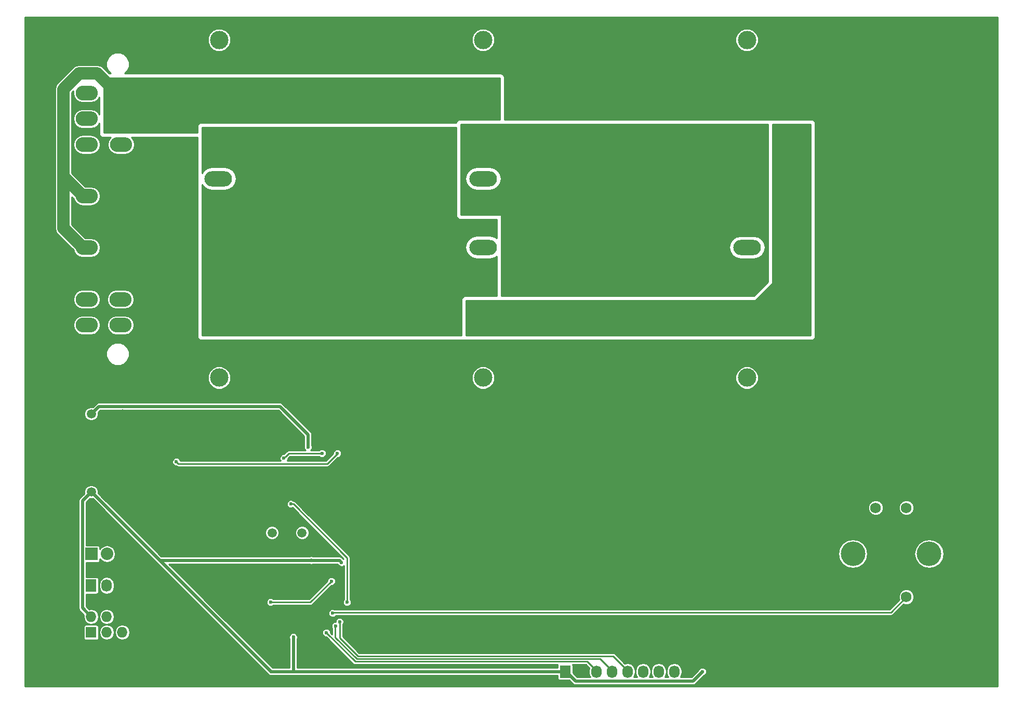
<source format=gbr>
G04 #@! TF.FileFunction,Copper,L2,Bot,Signal*
%FSLAX46Y46*%
G04 Gerber Fmt 4.6, Leading zero omitted, Abs format (unit mm)*
G04 Created by KiCad (PCBNEW 0.201507290901+6012~27~ubuntu14.04.1-product) date Fri 31 Jul 2015 15:24:14 CEST*
%MOMM*%
G01*
G04 APERTURE LIST*
%ADD10C,0.100000*%
%ADD11O,4.500880X2.499360*%
%ADD12C,3.000000*%
%ADD13O,3.600000X2.400000*%
%ADD14C,1.800000*%
%ADD15R,1.727200X1.727200*%
%ADD16O,1.727200X1.727200*%
%ADD17C,1.501140*%
%ADD18C,1.750000*%
%ADD19O,4.000000X4.000000*%
%ADD20R,1.727200X2.032000*%
%ADD21O,1.727200X2.032000*%
%ADD22R,2.032000X2.032000*%
%ADD23O,2.032000X2.032000*%
%ADD24C,0.600000*%
%ADD25C,0.500000*%
%ADD26C,2.000000*%
%ADD27C,0.250000*%
%ADD28C,0.254000*%
G04 APERTURE END LIST*
D10*
D11*
X102743000Y-62738000D03*
X102743000Y-68326000D03*
X102743000Y-57150000D03*
D12*
X102870000Y-45720000D03*
X145870000Y-45720000D03*
X188870000Y-45720000D03*
X188870000Y-100720000D03*
X145870000Y-100720000D03*
X102870000Y-100720000D03*
D13*
X81277565Y-92161299D03*
X81277565Y-87961299D03*
X81277565Y-83761299D03*
X81277565Y-79561299D03*
X81277565Y-75361299D03*
X81277565Y-71161299D03*
X81277565Y-66961299D03*
X81277565Y-62761299D03*
X81277565Y-58561299D03*
X81277565Y-54361299D03*
X86777565Y-92161299D03*
X86777565Y-87961299D03*
X86777565Y-83561299D03*
X86777565Y-79361299D03*
X86777565Y-75161299D03*
X86777565Y-71161299D03*
X86777565Y-66961299D03*
X86877565Y-62761299D03*
X86777565Y-58561299D03*
X86777565Y-54361299D03*
D14*
X195898609Y-85359779D03*
X226378609Y-85359779D03*
D15*
X81992543Y-142188745D03*
D16*
X81992543Y-139648745D03*
X84532543Y-142188745D03*
X84532543Y-139648745D03*
X87072543Y-142188745D03*
X87072543Y-139648745D03*
D14*
X195898609Y-62499779D03*
X226378609Y-62499779D03*
X195898609Y-73929779D03*
X226378609Y-73929779D03*
D17*
X87114474Y-119315231D03*
X82034474Y-119315231D03*
D18*
X214844000Y-121913000D03*
X209844000Y-121913000D03*
X212344000Y-121913000D03*
X209844000Y-136413000D03*
X214844000Y-136413000D03*
D19*
X206144000Y-129413000D03*
X218544000Y-129413000D03*
D20*
X159258000Y-148590000D03*
D21*
X161798000Y-148590000D03*
X164338000Y-148590000D03*
X166878000Y-148590000D03*
X169418000Y-148590000D03*
X171958000Y-148590000D03*
X174498000Y-148590000D03*
X177038000Y-148590000D03*
D17*
X87114474Y-106615231D03*
X82034474Y-106615231D03*
D11*
X145881471Y-62738000D03*
X145881471Y-68326000D03*
X145881471Y-57150000D03*
X145881471Y-85073160D03*
X145881471Y-79485160D03*
X145881471Y-90661160D03*
X188913609Y-85105779D03*
X188913609Y-79517779D03*
X188913609Y-90693779D03*
D20*
X81992543Y-134568745D03*
D21*
X84532543Y-134568745D03*
X87072543Y-134568745D03*
D22*
X82042000Y-129413000D03*
D23*
X84582000Y-129413000D03*
D17*
X111478060Y-125984000D03*
X116359940Y-125984000D03*
D24*
X117898686Y-135158017D03*
X117348000Y-112014000D03*
X123698004Y-137287000D03*
X114529575Y-121292430D03*
X122803203Y-130795380D03*
X114945401Y-142959007D03*
X181609984Y-148590000D03*
X117891488Y-130451819D03*
X113411000Y-113828230D03*
X119634000Y-113030000D03*
X121350253Y-139060221D03*
X120338154Y-142256001D03*
X121836377Y-141157583D03*
X121158000Y-133858000D03*
X111252000Y-137287000D03*
X122495221Y-140475606D03*
X122127747Y-113034366D03*
X95885000Y-114427000D03*
D25*
X82034474Y-106615231D02*
X83235045Y-105414660D01*
X112780660Y-105414660D02*
X117348000Y-109982000D01*
X83235045Y-105414660D02*
X112780660Y-105414660D01*
X117348000Y-111589736D02*
X117348000Y-112014000D01*
X117348000Y-110014998D02*
X117348000Y-111589736D01*
D26*
X81277565Y-79561299D02*
X80677565Y-79561299D01*
X77477565Y-76361299D02*
X77477565Y-62663756D01*
X77477565Y-62663756D02*
X77477565Y-53742909D01*
X81277565Y-71161299D02*
X80677565Y-71161299D01*
X80677565Y-71161299D02*
X77477565Y-67961299D01*
X77477565Y-67961299D02*
X77477565Y-62663756D01*
X80677565Y-79561299D02*
X77477565Y-76361299D01*
X82977565Y-51161299D02*
X86177565Y-54361299D01*
X86177565Y-54361299D02*
X86777565Y-54361299D01*
X80059175Y-51161299D02*
X82977565Y-51161299D01*
X77477565Y-53742909D02*
X80059175Y-51161299D01*
D27*
X123698004Y-137287000D02*
X123698004Y-130429004D01*
X123698004Y-130429004D02*
X123698000Y-130429000D01*
X123698000Y-130429000D02*
X123698000Y-130036591D01*
X123698000Y-130036591D02*
X114953839Y-121292430D01*
X114953839Y-121292430D02*
X114529575Y-121292430D01*
D25*
X114918698Y-148590000D02*
X125730000Y-148590000D01*
X111298530Y-148590000D02*
X114918698Y-148590000D01*
X117856000Y-130429000D02*
X117833181Y-130451819D01*
X93171062Y-130451819D02*
X93128428Y-130409185D01*
X117833181Y-130451819D02*
X93171062Y-130451819D01*
X122459642Y-130451819D02*
X122503204Y-130495381D01*
X122503204Y-130495381D02*
X122803203Y-130795380D01*
X117891488Y-130451819D02*
X122459642Y-130451819D01*
X114945401Y-143383271D02*
X114945401Y-142959007D01*
X114945713Y-148590000D02*
X114945401Y-148589688D01*
X114945401Y-148589688D02*
X114945401Y-143383271D01*
X82034474Y-119315231D02*
X93128428Y-130409185D01*
X93128428Y-130409185D02*
X111309243Y-148590000D01*
X125740713Y-148590000D02*
X159258000Y-148590000D01*
X159258000Y-148590000D02*
X159258000Y-148437600D01*
X159258000Y-148437600D02*
X160934400Y-150114000D01*
X160934400Y-150114000D02*
X180086000Y-150114000D01*
X180086000Y-150114000D02*
X181610000Y-148590000D01*
X181610000Y-148590000D02*
X181609984Y-148590000D01*
X82034474Y-119315231D02*
X83235045Y-120515802D01*
X82034474Y-119315231D02*
X95815243Y-133096000D01*
X81992543Y-139648745D02*
X80575999Y-138232201D01*
X80575999Y-138232201D02*
X80575999Y-120773706D01*
X80575999Y-120773706D02*
X81283905Y-120065800D01*
X81283905Y-120065800D02*
X82034474Y-119315231D01*
D27*
X114209230Y-113030000D02*
X113710999Y-113528231D01*
X113710999Y-113528231D02*
X113411000Y-113828230D01*
X119634000Y-113030000D02*
X114209230Y-113030000D01*
X132326476Y-138929463D02*
X132317939Y-138938000D01*
X132317939Y-138938000D02*
X121472474Y-138938000D01*
X121472474Y-138938000D02*
X121350253Y-139060221D01*
X132326476Y-138929463D02*
X132180786Y-138929463D01*
X212327537Y-138929463D02*
X132326476Y-138929463D01*
X214844000Y-136413000D02*
X212327537Y-138929463D01*
X121385786Y-138929463D02*
X121303661Y-139011588D01*
X121303661Y-139013629D02*
X121350253Y-139060221D01*
X121303661Y-139011588D02*
X121303661Y-139013629D01*
X164338000Y-148590000D02*
X164338000Y-148437600D01*
X164338000Y-148437600D02*
X162846457Y-146946057D01*
X162846457Y-146946057D02*
X125028210Y-146946057D01*
X125028210Y-146946057D02*
X120338154Y-142256001D01*
X166878000Y-148590000D02*
X166878000Y-148437600D01*
X166878000Y-148437600D02*
X164936448Y-146496048D01*
X121793000Y-143003410D02*
X121793000Y-141097000D01*
X164936448Y-146496048D02*
X125285638Y-146496048D01*
X125285638Y-146496048D02*
X121793000Y-143003410D01*
X111252000Y-137287000D02*
X117729000Y-137287000D01*
X117729000Y-137287000D02*
X121158000Y-133858000D01*
X169418000Y-148590000D02*
X169418000Y-148437600D01*
X169418000Y-148437600D02*
X167026439Y-146046039D01*
X167026439Y-146046039D02*
X125472039Y-146046039D01*
X125472039Y-146046039D02*
X122505658Y-143079658D01*
X122505658Y-143079658D02*
X122505658Y-140516591D01*
X95885000Y-114427000D02*
X96184999Y-114726999D01*
X96184999Y-114726999D02*
X120477001Y-114726999D01*
X120477001Y-114726999D02*
X122174000Y-113030000D01*
D28*
G36*
X148590000Y-58674000D02*
X142113000Y-58674000D01*
X141882205Y-58717427D01*
X141670233Y-58853827D01*
X141528029Y-59061949D01*
X141503718Y-59182000D01*
X99949000Y-59182000D01*
X99718205Y-59225427D01*
X99506233Y-59361827D01*
X99364029Y-59569949D01*
X99314000Y-59817000D01*
X99314000Y-60833000D01*
X84074000Y-60833000D01*
X84074000Y-51943000D01*
X148590000Y-51943000D01*
X148590000Y-58674000D01*
X148590000Y-58674000D01*
G37*
X148590000Y-58674000D02*
X142113000Y-58674000D01*
X141882205Y-58717427D01*
X141670233Y-58853827D01*
X141528029Y-59061949D01*
X141503718Y-59182000D01*
X99949000Y-59182000D01*
X99718205Y-59225427D01*
X99506233Y-59361827D01*
X99364029Y-59569949D01*
X99314000Y-59817000D01*
X99314000Y-60833000D01*
X84074000Y-60833000D01*
X84074000Y-51943000D01*
X148590000Y-51943000D01*
X148590000Y-58674000D01*
G36*
X141478000Y-74295000D02*
X141521427Y-74525795D01*
X141657827Y-74737767D01*
X141865949Y-74879971D01*
X142113000Y-74930000D01*
X148082000Y-74930000D01*
X148082000Y-78025917D01*
X147659996Y-77743943D01*
X146938760Y-77600480D01*
X144824182Y-77600480D01*
X144102946Y-77743943D01*
X143491512Y-78152490D01*
X143082965Y-78763924D01*
X142939502Y-79485160D01*
X143082965Y-80206396D01*
X143491512Y-80817830D01*
X144102946Y-81226377D01*
X144824182Y-81369840D01*
X146938760Y-81369840D01*
X147659996Y-81226377D01*
X148082000Y-80944403D01*
X148082000Y-87376000D01*
X143002000Y-87376000D01*
X142771205Y-87419427D01*
X142559233Y-87555827D01*
X142417029Y-87763949D01*
X142367000Y-88011000D01*
X142367000Y-93853000D01*
X100076000Y-93853000D01*
X100076000Y-69244049D01*
X100353041Y-69658670D01*
X100964475Y-70067217D01*
X101685711Y-70210680D01*
X103800289Y-70210680D01*
X104521525Y-70067217D01*
X105132959Y-69658670D01*
X105541506Y-69047236D01*
X105684969Y-68326000D01*
X105541506Y-67604764D01*
X105132959Y-66993330D01*
X104521525Y-66584783D01*
X103800289Y-66441320D01*
X101685711Y-66441320D01*
X100964475Y-66584783D01*
X100353041Y-66993330D01*
X100076000Y-67407951D01*
X100076000Y-59944000D01*
X141478000Y-59944000D01*
X141478000Y-74295000D01*
X141478000Y-74295000D01*
G37*
X141478000Y-74295000D02*
X141521427Y-74525795D01*
X141657827Y-74737767D01*
X141865949Y-74879971D01*
X142113000Y-74930000D01*
X148082000Y-74930000D01*
X148082000Y-78025917D01*
X147659996Y-77743943D01*
X146938760Y-77600480D01*
X144824182Y-77600480D01*
X144102946Y-77743943D01*
X143491512Y-78152490D01*
X143082965Y-78763924D01*
X142939502Y-79485160D01*
X143082965Y-80206396D01*
X143491512Y-80817830D01*
X144102946Y-81226377D01*
X144824182Y-81369840D01*
X146938760Y-81369840D01*
X147659996Y-81226377D01*
X148082000Y-80944403D01*
X148082000Y-87376000D01*
X143002000Y-87376000D01*
X142771205Y-87419427D01*
X142559233Y-87555827D01*
X142417029Y-87763949D01*
X142367000Y-88011000D01*
X142367000Y-93853000D01*
X100076000Y-93853000D01*
X100076000Y-69244049D01*
X100353041Y-69658670D01*
X100964475Y-70067217D01*
X101685711Y-70210680D01*
X103800289Y-70210680D01*
X104521525Y-70067217D01*
X105132959Y-69658670D01*
X105541506Y-69047236D01*
X105684969Y-68326000D01*
X105541506Y-67604764D01*
X105132959Y-66993330D01*
X104521525Y-66584783D01*
X103800289Y-66441320D01*
X101685711Y-66441320D01*
X100964475Y-66584783D01*
X100353041Y-66993330D01*
X100076000Y-67407951D01*
X100076000Y-59944000D01*
X141478000Y-59944000D01*
X141478000Y-74295000D01*
G36*
X192278000Y-85080974D02*
X189982974Y-87376000D01*
X148844000Y-87376000D01*
X148844000Y-79517779D01*
X185971640Y-79517779D01*
X186115103Y-80239015D01*
X186523650Y-80850449D01*
X187135084Y-81258996D01*
X187856320Y-81402459D01*
X189970898Y-81402459D01*
X190692134Y-81258996D01*
X191303568Y-80850449D01*
X191712115Y-80239015D01*
X191855578Y-79517779D01*
X191712115Y-78796543D01*
X191303568Y-78185109D01*
X190692134Y-77776562D01*
X189970898Y-77633099D01*
X187856320Y-77633099D01*
X187135084Y-77776562D01*
X186523650Y-78185109D01*
X186115103Y-78796543D01*
X185971640Y-79517779D01*
X148844000Y-79517779D01*
X148844000Y-74295000D01*
X148833994Y-74245590D01*
X148805553Y-74203965D01*
X148763159Y-74176685D01*
X148717000Y-74168000D01*
X142240000Y-74168000D01*
X142240000Y-68326000D01*
X142939502Y-68326000D01*
X143082965Y-69047236D01*
X143491512Y-69658670D01*
X144102946Y-70067217D01*
X144824182Y-70210680D01*
X146938760Y-70210680D01*
X147659996Y-70067217D01*
X148271430Y-69658670D01*
X148679977Y-69047236D01*
X148823440Y-68326000D01*
X148679977Y-67604764D01*
X148271430Y-66993330D01*
X147659996Y-66584783D01*
X146938760Y-66441320D01*
X144824182Y-66441320D01*
X144102946Y-66584783D01*
X143491512Y-66993330D01*
X143082965Y-67604764D01*
X142939502Y-68326000D01*
X142240000Y-68326000D01*
X142240000Y-59436000D01*
X192278000Y-59436000D01*
X192278000Y-85080974D01*
X192278000Y-85080974D01*
G37*
X192278000Y-85080974D02*
X189982974Y-87376000D01*
X148844000Y-87376000D01*
X148844000Y-79517779D01*
X185971640Y-79517779D01*
X186115103Y-80239015D01*
X186523650Y-80850449D01*
X187135084Y-81258996D01*
X187856320Y-81402459D01*
X189970898Y-81402459D01*
X190692134Y-81258996D01*
X191303568Y-80850449D01*
X191712115Y-80239015D01*
X191855578Y-79517779D01*
X191712115Y-78796543D01*
X191303568Y-78185109D01*
X190692134Y-77776562D01*
X189970898Y-77633099D01*
X187856320Y-77633099D01*
X187135084Y-77776562D01*
X186523650Y-78185109D01*
X186115103Y-78796543D01*
X185971640Y-79517779D01*
X148844000Y-79517779D01*
X148844000Y-74295000D01*
X148833994Y-74245590D01*
X148805553Y-74203965D01*
X148763159Y-74176685D01*
X148717000Y-74168000D01*
X142240000Y-74168000D01*
X142240000Y-68326000D01*
X142939502Y-68326000D01*
X143082965Y-69047236D01*
X143491512Y-69658670D01*
X144102946Y-70067217D01*
X144824182Y-70210680D01*
X146938760Y-70210680D01*
X147659996Y-70067217D01*
X148271430Y-69658670D01*
X148679977Y-69047236D01*
X148823440Y-68326000D01*
X148679977Y-67604764D01*
X148271430Y-66993330D01*
X147659996Y-66584783D01*
X146938760Y-66441320D01*
X144824182Y-66441320D01*
X144102946Y-66584783D01*
X143491512Y-66993330D01*
X143082965Y-67604764D01*
X142939502Y-68326000D01*
X142240000Y-68326000D01*
X142240000Y-59436000D01*
X192278000Y-59436000D01*
X192278000Y-85080974D01*
G36*
X199263000Y-93853000D02*
X143129000Y-93853000D01*
X143129000Y-88138000D01*
X190246000Y-88138000D01*
X190295410Y-88127994D01*
X190335803Y-88100803D01*
X193002803Y-85433803D01*
X193030666Y-85391789D01*
X193040000Y-85344000D01*
X193040000Y-59436000D01*
X199263000Y-59436000D01*
X199263000Y-93853000D01*
X199263000Y-93853000D01*
G37*
X199263000Y-93853000D02*
X143129000Y-93853000D01*
X143129000Y-88138000D01*
X190246000Y-88138000D01*
X190295410Y-88127994D01*
X190335803Y-88100803D01*
X193002803Y-85433803D01*
X193030666Y-85391789D01*
X193040000Y-85344000D01*
X193040000Y-59436000D01*
X199263000Y-59436000D01*
X199263000Y-93853000D01*
G36*
X229743000Y-151003000D02*
X71247000Y-151003000D01*
X71247000Y-141325145D01*
X80740479Y-141325145D01*
X80740479Y-143052345D01*
X80767046Y-143193535D01*
X80850489Y-143323210D01*
X80977809Y-143410204D01*
X81128943Y-143440809D01*
X82856143Y-143440809D01*
X82997333Y-143414242D01*
X83127008Y-143330799D01*
X83214002Y-143203479D01*
X83244607Y-143052345D01*
X83244607Y-142164362D01*
X83287943Y-142164362D01*
X83287943Y-142213128D01*
X83382683Y-142689416D01*
X83652478Y-143093193D01*
X84056255Y-143362988D01*
X84532543Y-143457728D01*
X85008831Y-143362988D01*
X85412608Y-143093193D01*
X85682403Y-142689416D01*
X85777143Y-142213128D01*
X85777143Y-142164362D01*
X85827943Y-142164362D01*
X85827943Y-142213128D01*
X85922683Y-142689416D01*
X86192478Y-143093193D01*
X86596255Y-143362988D01*
X87072543Y-143457728D01*
X87548831Y-143362988D01*
X87952608Y-143093193D01*
X88222403Y-142689416D01*
X88317143Y-142213128D01*
X88317143Y-142164362D01*
X88222403Y-141688074D01*
X87952608Y-141284297D01*
X87548831Y-141014502D01*
X87072543Y-140919762D01*
X86596255Y-141014502D01*
X86192478Y-141284297D01*
X85922683Y-141688074D01*
X85827943Y-142164362D01*
X85777143Y-142164362D01*
X85682403Y-141688074D01*
X85412608Y-141284297D01*
X85008831Y-141014502D01*
X84532543Y-140919762D01*
X84056255Y-141014502D01*
X83652478Y-141284297D01*
X83382683Y-141688074D01*
X83287943Y-142164362D01*
X83244607Y-142164362D01*
X83244607Y-141325145D01*
X83218040Y-141183955D01*
X83134597Y-141054280D01*
X83007277Y-140967286D01*
X82856143Y-140936681D01*
X81128943Y-140936681D01*
X80987753Y-140963248D01*
X80858078Y-141046691D01*
X80771084Y-141174011D01*
X80740479Y-141325145D01*
X71247000Y-141325145D01*
X71247000Y-120773706D01*
X79944999Y-120773706D01*
X79944999Y-138232201D01*
X79984742Y-138432000D01*
X79993031Y-138473674D01*
X80129815Y-138678385D01*
X80802337Y-139350907D01*
X80747943Y-139624362D01*
X80747943Y-139673128D01*
X80842683Y-140149416D01*
X81112478Y-140553193D01*
X81516255Y-140822988D01*
X81992543Y-140917728D01*
X82468831Y-140822988D01*
X82872608Y-140553193D01*
X83142403Y-140149416D01*
X83237143Y-139673128D01*
X83237143Y-139624362D01*
X83287943Y-139624362D01*
X83287943Y-139673128D01*
X83382683Y-140149416D01*
X83652478Y-140553193D01*
X84056255Y-140822988D01*
X84532543Y-140917728D01*
X85008831Y-140822988D01*
X85412608Y-140553193D01*
X85682403Y-140149416D01*
X85777143Y-139673128D01*
X85777143Y-139624362D01*
X85682403Y-139148074D01*
X85412608Y-138744297D01*
X85008831Y-138474502D01*
X84532543Y-138379762D01*
X84056255Y-138474502D01*
X83652478Y-138744297D01*
X83382683Y-139148074D01*
X83287943Y-139624362D01*
X83237143Y-139624362D01*
X83142403Y-139148074D01*
X82872608Y-138744297D01*
X82468831Y-138474502D01*
X81992543Y-138379762D01*
X81678413Y-138442247D01*
X81206999Y-137970833D01*
X81206999Y-135973209D01*
X82856143Y-135973209D01*
X82997333Y-135946642D01*
X83127008Y-135863199D01*
X83214002Y-135735879D01*
X83244607Y-135584745D01*
X83244607Y-134388976D01*
X83287943Y-134388976D01*
X83287943Y-134748514D01*
X83382683Y-135224802D01*
X83652478Y-135628579D01*
X84056255Y-135898374D01*
X84532543Y-135993114D01*
X85008831Y-135898374D01*
X85412608Y-135628579D01*
X85682403Y-135224802D01*
X85777143Y-134748514D01*
X85777143Y-134388976D01*
X85682403Y-133912688D01*
X85412608Y-133508911D01*
X85008831Y-133239116D01*
X84532543Y-133144376D01*
X84056255Y-133239116D01*
X83652478Y-133508911D01*
X83382683Y-133912688D01*
X83287943Y-134388976D01*
X83244607Y-134388976D01*
X83244607Y-133552745D01*
X83218040Y-133411555D01*
X83134597Y-133281880D01*
X83007277Y-133194886D01*
X82856143Y-133164281D01*
X81206999Y-133164281D01*
X81206999Y-130817464D01*
X83058000Y-130817464D01*
X83199190Y-130790897D01*
X83328865Y-130707454D01*
X83415859Y-130580134D01*
X83446464Y-130429000D01*
X83446464Y-130207137D01*
X83594172Y-130428197D01*
X84047391Y-130731029D01*
X84582000Y-130837369D01*
X85116609Y-130731029D01*
X85569828Y-130428197D01*
X85872660Y-129974978D01*
X85979000Y-129440369D01*
X85979000Y-129385631D01*
X85872660Y-128851022D01*
X85569828Y-128397803D01*
X85116609Y-128094971D01*
X84582000Y-127988631D01*
X84047391Y-128094971D01*
X83594172Y-128397803D01*
X83446464Y-128618863D01*
X83446464Y-128397000D01*
X83419897Y-128255810D01*
X83336454Y-128126135D01*
X83209134Y-128039141D01*
X83058000Y-128008536D01*
X81206999Y-128008536D01*
X81206999Y-121035074D01*
X81730089Y-120511985D01*
X81730091Y-120511982D01*
X81799264Y-120442809D01*
X81808403Y-120446604D01*
X82258570Y-120446997D01*
X82269398Y-120442523D01*
X82788861Y-120961987D01*
X82788864Y-120961989D01*
X95369058Y-133542184D01*
X95369061Y-133542186D01*
X110830773Y-149003898D01*
X110852346Y-149036184D01*
X111057057Y-149172968D01*
X111298530Y-149221000D01*
X125730000Y-149221000D01*
X125735357Y-149219935D01*
X125740713Y-149221000D01*
X158005936Y-149221000D01*
X158005936Y-149606000D01*
X158032503Y-149747190D01*
X158115946Y-149876865D01*
X158243266Y-149963859D01*
X158394400Y-149994464D01*
X159922495Y-149994464D01*
X160488216Y-150560185D01*
X160692927Y-150696968D01*
X160934400Y-150745000D01*
X180086000Y-150745000D01*
X180327473Y-150696968D01*
X180532184Y-150560184D01*
X181875047Y-149217322D01*
X181995236Y-149167661D01*
X182186971Y-148976259D01*
X182290866Y-148726054D01*
X182291102Y-148455135D01*
X182187645Y-148204748D01*
X181996243Y-148013013D01*
X181746038Y-147909118D01*
X181475119Y-147908882D01*
X181224732Y-148012339D01*
X181032997Y-148203741D01*
X180982656Y-148324975D01*
X179824632Y-149483000D01*
X178029540Y-149483000D01*
X178187860Y-149246057D01*
X178282600Y-148769769D01*
X178282600Y-148410231D01*
X178187860Y-147933943D01*
X177918065Y-147530166D01*
X177514288Y-147260371D01*
X177038000Y-147165631D01*
X176561712Y-147260371D01*
X176157935Y-147530166D01*
X175888140Y-147933943D01*
X175793400Y-148410231D01*
X175793400Y-148769769D01*
X175888140Y-149246057D01*
X176046460Y-149483000D01*
X175489540Y-149483000D01*
X175647860Y-149246057D01*
X175742600Y-148769769D01*
X175742600Y-148410231D01*
X175647860Y-147933943D01*
X175378065Y-147530166D01*
X174974288Y-147260371D01*
X174498000Y-147165631D01*
X174021712Y-147260371D01*
X173617935Y-147530166D01*
X173348140Y-147933943D01*
X173253400Y-148410231D01*
X173253400Y-148769769D01*
X173348140Y-149246057D01*
X173506460Y-149483000D01*
X172949540Y-149483000D01*
X173107860Y-149246057D01*
X173202600Y-148769769D01*
X173202600Y-148410231D01*
X173107860Y-147933943D01*
X172838065Y-147530166D01*
X172434288Y-147260371D01*
X171958000Y-147165631D01*
X171481712Y-147260371D01*
X171077935Y-147530166D01*
X170808140Y-147933943D01*
X170713400Y-148410231D01*
X170713400Y-148769769D01*
X170808140Y-149246057D01*
X170966460Y-149483000D01*
X170409540Y-149483000D01*
X170567860Y-149246057D01*
X170662600Y-148769769D01*
X170662600Y-148410231D01*
X170567860Y-147933943D01*
X170298065Y-147530166D01*
X169894288Y-147260371D01*
X169418000Y-147165631D01*
X168953932Y-147257940D01*
X167384235Y-145688243D01*
X167220077Y-145578556D01*
X167026439Y-145540039D01*
X125681631Y-145540039D01*
X123011658Y-142870066D01*
X123011658Y-140922310D01*
X123072208Y-140861865D01*
X123176103Y-140611660D01*
X123176339Y-140340741D01*
X123072882Y-140090354D01*
X122881480Y-139898619D01*
X122631275Y-139794724D01*
X122360356Y-139794488D01*
X122109969Y-139897945D01*
X121918234Y-140089347D01*
X121814339Y-140339552D01*
X121814220Y-140476563D01*
X121701512Y-140476465D01*
X121451125Y-140579922D01*
X121259390Y-140771324D01*
X121155495Y-141021529D01*
X121155259Y-141292448D01*
X121258716Y-141542835D01*
X121287000Y-141571168D01*
X121287000Y-142489255D01*
X121019185Y-142221440D01*
X121019272Y-142121136D01*
X120915815Y-141870749D01*
X120724413Y-141679014D01*
X120474208Y-141575119D01*
X120203289Y-141574883D01*
X119952902Y-141678340D01*
X119761167Y-141869742D01*
X119657272Y-142119947D01*
X119657036Y-142390866D01*
X119760493Y-142641253D01*
X119951895Y-142832988D01*
X120202100Y-142936883D01*
X120303532Y-142936971D01*
X124670414Y-147303853D01*
X124834572Y-147413540D01*
X125028210Y-147452057D01*
X158030630Y-147452057D01*
X158005936Y-147574000D01*
X158005936Y-147959000D01*
X125740713Y-147959000D01*
X125735357Y-147960065D01*
X125730000Y-147959000D01*
X115576401Y-147959000D01*
X115576401Y-143215189D01*
X115626283Y-143095061D01*
X115626519Y-142824142D01*
X115523062Y-142573755D01*
X115331660Y-142382020D01*
X115081455Y-142278125D01*
X114810536Y-142277889D01*
X114560149Y-142381346D01*
X114368414Y-142572748D01*
X114264519Y-142822953D01*
X114264283Y-143093872D01*
X114314401Y-143215168D01*
X114314401Y-147959000D01*
X111570611Y-147959000D01*
X102806697Y-139195086D01*
X120669135Y-139195086D01*
X120772592Y-139445473D01*
X120963994Y-139637208D01*
X121214199Y-139741103D01*
X121485118Y-139741339D01*
X121735505Y-139637882D01*
X121927240Y-139446480D01*
X121928270Y-139444000D01*
X132317939Y-139444000D01*
X132360857Y-139435463D01*
X212327537Y-139435463D01*
X212521175Y-139396946D01*
X212685333Y-139287259D01*
X214388681Y-137583911D01*
X214593070Y-137668781D01*
X215092738Y-137669217D01*
X215554537Y-137478405D01*
X215908164Y-137125396D01*
X216099781Y-136663930D01*
X216100217Y-136164262D01*
X215909405Y-135702463D01*
X215556396Y-135348836D01*
X215094930Y-135157219D01*
X214595262Y-135156783D01*
X214133463Y-135347595D01*
X213779836Y-135700604D01*
X213588219Y-136162070D01*
X213587783Y-136661738D01*
X213673126Y-136868282D01*
X212117945Y-138423463D01*
X132180786Y-138423463D01*
X132137868Y-138432000D01*
X121613128Y-138432000D01*
X121486307Y-138379339D01*
X121215388Y-138379103D01*
X120965001Y-138482560D01*
X120773266Y-138673962D01*
X120669371Y-138924167D01*
X120669135Y-139195086D01*
X102806697Y-139195086D01*
X101033476Y-137421865D01*
X110570882Y-137421865D01*
X110674339Y-137672252D01*
X110865741Y-137863987D01*
X111115946Y-137967882D01*
X111386865Y-137968118D01*
X111637252Y-137864661D01*
X111709038Y-137793000D01*
X117729000Y-137793000D01*
X117922638Y-137754483D01*
X118086796Y-137644796D01*
X121192561Y-134539031D01*
X121292865Y-134539118D01*
X121543252Y-134435661D01*
X121734987Y-134244259D01*
X121838882Y-133994054D01*
X121839118Y-133723135D01*
X121735661Y-133472748D01*
X121544259Y-133281013D01*
X121294054Y-133177118D01*
X121023135Y-133176882D01*
X120772748Y-133280339D01*
X120581013Y-133471741D01*
X120477118Y-133721946D01*
X120477030Y-133823378D01*
X117519408Y-136781000D01*
X111709123Y-136781000D01*
X111638259Y-136710013D01*
X111388054Y-136606118D01*
X111117135Y-136605882D01*
X110866748Y-136709339D01*
X110675013Y-136900741D01*
X110571118Y-137150946D01*
X110570882Y-137421865D01*
X101033476Y-137421865D01*
X96261429Y-132649818D01*
X96261427Y-132649815D01*
X94694431Y-131082819D01*
X117635306Y-131082819D01*
X117755434Y-131132701D01*
X118026353Y-131132937D01*
X118147649Y-131082819D01*
X122185127Y-131082819D01*
X122225542Y-131180632D01*
X122416944Y-131372367D01*
X122667149Y-131476262D01*
X122938068Y-131476498D01*
X123188455Y-131373041D01*
X123192004Y-131369498D01*
X123192004Y-136829877D01*
X123121017Y-136900741D01*
X123017122Y-137150946D01*
X123016886Y-137421865D01*
X123120343Y-137672252D01*
X123311745Y-137863987D01*
X123561950Y-137967882D01*
X123832869Y-137968118D01*
X124083256Y-137864661D01*
X124274991Y-137673259D01*
X124378886Y-137423054D01*
X124379122Y-137152135D01*
X124275665Y-136901748D01*
X124204004Y-136829962D01*
X124204004Y-130429004D01*
X124204000Y-130428984D01*
X124204000Y-130036591D01*
X124165483Y-129842953D01*
X124055796Y-129678795D01*
X123790001Y-129413000D01*
X203716353Y-129413000D01*
X203897596Y-130324169D01*
X204413732Y-131096621D01*
X205186184Y-131612757D01*
X206097353Y-131794000D01*
X206190647Y-131794000D01*
X207101816Y-131612757D01*
X207874268Y-131096621D01*
X208390404Y-130324169D01*
X208571647Y-129413000D01*
X216116353Y-129413000D01*
X216297596Y-130324169D01*
X216813732Y-131096621D01*
X217586184Y-131612757D01*
X218497353Y-131794000D01*
X218590647Y-131794000D01*
X219501816Y-131612757D01*
X220274268Y-131096621D01*
X220790404Y-130324169D01*
X220971647Y-129413000D01*
X220790404Y-128501831D01*
X220274268Y-127729379D01*
X219501816Y-127213243D01*
X218590647Y-127032000D01*
X218497353Y-127032000D01*
X217586184Y-127213243D01*
X216813732Y-127729379D01*
X216297596Y-128501831D01*
X216116353Y-129413000D01*
X208571647Y-129413000D01*
X208390404Y-128501831D01*
X207874268Y-127729379D01*
X207101816Y-127213243D01*
X206190647Y-127032000D01*
X206097353Y-127032000D01*
X205186184Y-127213243D01*
X204413732Y-127729379D01*
X203897596Y-128501831D01*
X203716353Y-129413000D01*
X123790001Y-129413000D01*
X116538739Y-122161738D01*
X208587783Y-122161738D01*
X208778595Y-122623537D01*
X209131604Y-122977164D01*
X209593070Y-123168781D01*
X210092738Y-123169217D01*
X210554537Y-122978405D01*
X210908164Y-122625396D01*
X211099781Y-122163930D01*
X211099782Y-122161738D01*
X213587783Y-122161738D01*
X213778595Y-122623537D01*
X214131604Y-122977164D01*
X214593070Y-123168781D01*
X215092738Y-123169217D01*
X215554537Y-122978405D01*
X215908164Y-122625396D01*
X216099781Y-122163930D01*
X216100217Y-121664262D01*
X215909405Y-121202463D01*
X215556396Y-120848836D01*
X215094930Y-120657219D01*
X214595262Y-120656783D01*
X214133463Y-120847595D01*
X213779836Y-121200604D01*
X213588219Y-121662070D01*
X213587783Y-122161738D01*
X211099782Y-122161738D01*
X211100217Y-121664262D01*
X210909405Y-121202463D01*
X210556396Y-120848836D01*
X210094930Y-120657219D01*
X209595262Y-120656783D01*
X209133463Y-120847595D01*
X208779836Y-121200604D01*
X208588219Y-121662070D01*
X208587783Y-122161738D01*
X116538739Y-122161738D01*
X115311635Y-120934634D01*
X115147477Y-120824947D01*
X114994839Y-120794585D01*
X114915834Y-120715443D01*
X114665629Y-120611548D01*
X114394710Y-120611312D01*
X114144323Y-120714769D01*
X113952588Y-120906171D01*
X113848693Y-121156376D01*
X113848457Y-121427295D01*
X113951914Y-121677682D01*
X114143316Y-121869417D01*
X114393521Y-121973312D01*
X114664440Y-121973548D01*
X114844830Y-121899013D01*
X123146279Y-130200462D01*
X123068254Y-130168063D01*
X122905826Y-130005635D01*
X122701115Y-129868851D01*
X122459642Y-129820819D01*
X118147670Y-129820819D01*
X118027542Y-129770937D01*
X117756623Y-129770701D01*
X117635327Y-129820819D01*
X93432431Y-129820819D01*
X89819708Y-126208096D01*
X110346294Y-126208096D01*
X110518202Y-126624146D01*
X110836240Y-126942739D01*
X111251989Y-127115373D01*
X111702156Y-127115766D01*
X112118206Y-126943858D01*
X112436799Y-126625820D01*
X112609433Y-126210071D01*
X112609434Y-126208096D01*
X115228174Y-126208096D01*
X115400082Y-126624146D01*
X115718120Y-126942739D01*
X116133869Y-127115373D01*
X116584036Y-127115766D01*
X117000086Y-126943858D01*
X117318679Y-126625820D01*
X117491313Y-126210071D01*
X117491706Y-125759904D01*
X117319798Y-125343854D01*
X117001760Y-125025261D01*
X116586011Y-124852627D01*
X116135844Y-124852234D01*
X115719794Y-125024142D01*
X115401201Y-125342180D01*
X115228567Y-125757929D01*
X115228174Y-126208096D01*
X112609434Y-126208096D01*
X112609826Y-125759904D01*
X112437918Y-125343854D01*
X112119880Y-125025261D01*
X111704131Y-124852627D01*
X111253964Y-124852234D01*
X110837914Y-125024142D01*
X110519321Y-125342180D01*
X110346687Y-125757929D01*
X110346294Y-126208096D01*
X89819708Y-126208096D01*
X83681229Y-120069618D01*
X83681232Y-120069621D01*
X83681230Y-120069618D01*
X83373026Y-119761415D01*
X83162052Y-119550441D01*
X83165847Y-119541302D01*
X83166240Y-119091135D01*
X82994332Y-118675085D01*
X82676294Y-118356492D01*
X82260545Y-118183858D01*
X81810378Y-118183465D01*
X81394328Y-118355373D01*
X81075735Y-118673411D01*
X80903101Y-119089160D01*
X80902708Y-119539327D01*
X80907182Y-119550155D01*
X80837723Y-119619614D01*
X80837720Y-119619616D01*
X80129815Y-120327522D01*
X79993031Y-120532233D01*
X79944999Y-120773706D01*
X71247000Y-120773706D01*
X71247000Y-106839327D01*
X80902708Y-106839327D01*
X81074616Y-107255377D01*
X81392654Y-107573970D01*
X81808403Y-107746604D01*
X82258570Y-107746997D01*
X82674620Y-107575089D01*
X82993213Y-107257051D01*
X83165847Y-106841302D01*
X83166240Y-106391135D01*
X83161766Y-106380307D01*
X83496414Y-106045660D01*
X112519292Y-106045660D01*
X116717000Y-110243369D01*
X116717000Y-111757818D01*
X116667118Y-111877946D01*
X116666882Y-112148865D01*
X116770339Y-112399252D01*
X116894870Y-112524000D01*
X114209230Y-112524000D01*
X114015592Y-112562517D01*
X113851434Y-112672204D01*
X113376439Y-113147199D01*
X113276135Y-113147112D01*
X113025748Y-113250569D01*
X112834013Y-113441971D01*
X112730118Y-113692176D01*
X112729882Y-113963095D01*
X112833339Y-114213482D01*
X112840843Y-114220999D01*
X96536725Y-114220999D01*
X96462661Y-114041748D01*
X96271259Y-113850013D01*
X96021054Y-113746118D01*
X95750135Y-113745882D01*
X95499748Y-113849339D01*
X95308013Y-114040741D01*
X95204118Y-114290946D01*
X95203882Y-114561865D01*
X95307339Y-114812252D01*
X95498741Y-115003987D01*
X95748946Y-115107882D01*
X95861902Y-115107980D01*
X95991361Y-115194482D01*
X96184999Y-115232999D01*
X120477001Y-115232999D01*
X120670639Y-115194482D01*
X120834797Y-115084795D01*
X122204159Y-113715433D01*
X122262612Y-113715484D01*
X122512999Y-113612027D01*
X122704734Y-113420625D01*
X122808629Y-113170420D01*
X122808865Y-112899501D01*
X122705408Y-112649114D01*
X122514006Y-112457379D01*
X122263801Y-112353484D01*
X121992882Y-112353248D01*
X121742495Y-112456705D01*
X121550760Y-112648107D01*
X121446865Y-112898312D01*
X121446740Y-113041668D01*
X120267409Y-114220999D01*
X113981466Y-114220999D01*
X113987987Y-114214489D01*
X114091882Y-113964284D01*
X114091970Y-113862852D01*
X114418822Y-113536000D01*
X119176877Y-113536000D01*
X119247741Y-113606987D01*
X119497946Y-113710882D01*
X119768865Y-113711118D01*
X120019252Y-113607661D01*
X120210987Y-113416259D01*
X120314882Y-113166054D01*
X120315118Y-112895135D01*
X120211661Y-112644748D01*
X120020259Y-112453013D01*
X119770054Y-112349118D01*
X119499135Y-112348882D01*
X119248748Y-112452339D01*
X119176962Y-112524000D01*
X117801031Y-112524000D01*
X117924987Y-112400259D01*
X118028882Y-112150054D01*
X118029118Y-111879135D01*
X117979000Y-111757839D01*
X117979000Y-110014998D01*
X117975718Y-109998497D01*
X117978999Y-109982000D01*
X117930968Y-109740526D01*
X117794184Y-109535815D01*
X113226844Y-104968476D01*
X113022133Y-104831692D01*
X112780660Y-104783660D01*
X83235045Y-104783660D01*
X82993572Y-104831692D01*
X82788861Y-104968475D01*
X82269684Y-105487653D01*
X82260545Y-105483858D01*
X81810378Y-105483465D01*
X81394328Y-105655373D01*
X81075735Y-105973411D01*
X80903101Y-106389160D01*
X80902708Y-106839327D01*
X71247000Y-106839327D01*
X71247000Y-101092513D01*
X100988674Y-101092513D01*
X101274436Y-101784109D01*
X101803108Y-102313704D01*
X102494204Y-102600673D01*
X103242513Y-102601326D01*
X103934109Y-102315564D01*
X104463704Y-101786892D01*
X104750673Y-101095796D01*
X104750675Y-101092513D01*
X143988674Y-101092513D01*
X144274436Y-101784109D01*
X144803108Y-102313704D01*
X145494204Y-102600673D01*
X146242513Y-102601326D01*
X146934109Y-102315564D01*
X147463704Y-101786892D01*
X147750673Y-101095796D01*
X147750675Y-101092513D01*
X186988674Y-101092513D01*
X187274436Y-101784109D01*
X187803108Y-102313704D01*
X188494204Y-102600673D01*
X189242513Y-102601326D01*
X189934109Y-102315564D01*
X190463704Y-101786892D01*
X190750673Y-101095796D01*
X190751326Y-100347487D01*
X190465564Y-99655891D01*
X189936892Y-99126296D01*
X189245796Y-98839327D01*
X188497487Y-98838674D01*
X187805891Y-99124436D01*
X187276296Y-99653108D01*
X186989327Y-100344204D01*
X186988674Y-101092513D01*
X147750675Y-101092513D01*
X147751326Y-100347487D01*
X147465564Y-99655891D01*
X146936892Y-99126296D01*
X146245796Y-98839327D01*
X145497487Y-98838674D01*
X144805891Y-99124436D01*
X144276296Y-99653108D01*
X143989327Y-100344204D01*
X143988674Y-101092513D01*
X104750675Y-101092513D01*
X104751326Y-100347487D01*
X104465564Y-99655891D01*
X103936892Y-99126296D01*
X103245796Y-98839327D01*
X102497487Y-98838674D01*
X101805891Y-99124436D01*
X101276296Y-99653108D01*
X100989327Y-100344204D01*
X100988674Y-101092513D01*
X71247000Y-101092513D01*
X71247000Y-97233812D01*
X84436239Y-97233812D01*
X84722001Y-97925408D01*
X85250673Y-98455003D01*
X85941769Y-98741972D01*
X86690078Y-98742625D01*
X87381674Y-98456863D01*
X87911269Y-97928191D01*
X88198238Y-97237095D01*
X88198891Y-96488786D01*
X87913129Y-95797190D01*
X87384457Y-95267595D01*
X86693361Y-94980626D01*
X85945052Y-94979973D01*
X85253456Y-95265735D01*
X84723861Y-95794407D01*
X84436892Y-96485503D01*
X84436239Y-97233812D01*
X71247000Y-97233812D01*
X71247000Y-92161299D01*
X79053837Y-92161299D01*
X79174183Y-92766322D01*
X79516901Y-93279235D01*
X80029814Y-93621953D01*
X80634837Y-93742299D01*
X81920293Y-93742299D01*
X82525316Y-93621953D01*
X83038229Y-93279235D01*
X83380947Y-92766322D01*
X83501293Y-92161299D01*
X84553837Y-92161299D01*
X84674183Y-92766322D01*
X85016901Y-93279235D01*
X85529814Y-93621953D01*
X86134837Y-93742299D01*
X87420293Y-93742299D01*
X88025316Y-93621953D01*
X88538229Y-93279235D01*
X88880947Y-92766322D01*
X89001293Y-92161299D01*
X88880947Y-91556276D01*
X88538229Y-91043363D01*
X88025316Y-90700645D01*
X87420293Y-90580299D01*
X86134837Y-90580299D01*
X85529814Y-90700645D01*
X85016901Y-91043363D01*
X84674183Y-91556276D01*
X84553837Y-92161299D01*
X83501293Y-92161299D01*
X83380947Y-91556276D01*
X83038229Y-91043363D01*
X82525316Y-90700645D01*
X81920293Y-90580299D01*
X80634837Y-90580299D01*
X80029814Y-90700645D01*
X79516901Y-91043363D01*
X79174183Y-91556276D01*
X79053837Y-92161299D01*
X71247000Y-92161299D01*
X71247000Y-87961299D01*
X79053837Y-87961299D01*
X79174183Y-88566322D01*
X79516901Y-89079235D01*
X80029814Y-89421953D01*
X80634837Y-89542299D01*
X81920293Y-89542299D01*
X82525316Y-89421953D01*
X83038229Y-89079235D01*
X83380947Y-88566322D01*
X83501293Y-87961299D01*
X84553837Y-87961299D01*
X84674183Y-88566322D01*
X85016901Y-89079235D01*
X85529814Y-89421953D01*
X86134837Y-89542299D01*
X87420293Y-89542299D01*
X88025316Y-89421953D01*
X88538229Y-89079235D01*
X88880947Y-88566322D01*
X89001293Y-87961299D01*
X88880947Y-87356276D01*
X88538229Y-86843363D01*
X88025316Y-86500645D01*
X87420293Y-86380299D01*
X86134837Y-86380299D01*
X85529814Y-86500645D01*
X85016901Y-86843363D01*
X84674183Y-87356276D01*
X84553837Y-87961299D01*
X83501293Y-87961299D01*
X83380947Y-87356276D01*
X83038229Y-86843363D01*
X82525316Y-86500645D01*
X81920293Y-86380299D01*
X80634837Y-86380299D01*
X80029814Y-86500645D01*
X79516901Y-86843363D01*
X79174183Y-87356276D01*
X79053837Y-87961299D01*
X71247000Y-87961299D01*
X71247000Y-53742909D01*
X76096565Y-53742909D01*
X76096565Y-76361299D01*
X76201687Y-76889785D01*
X76501051Y-77337813D01*
X79135603Y-79972366D01*
X79174183Y-80166322D01*
X79516901Y-80679235D01*
X80029814Y-81021953D01*
X80634837Y-81142299D01*
X81920293Y-81142299D01*
X82525316Y-81021953D01*
X83038229Y-80679235D01*
X83380947Y-80166322D01*
X83501293Y-79561299D01*
X83380947Y-78956276D01*
X83038229Y-78443363D01*
X82525316Y-78100645D01*
X81920293Y-77980299D01*
X81049594Y-77980299D01*
X78858565Y-75789271D01*
X78858565Y-71295328D01*
X79135603Y-71572366D01*
X79174183Y-71766322D01*
X79516901Y-72279235D01*
X80029814Y-72621953D01*
X80634837Y-72742299D01*
X81920293Y-72742299D01*
X82525316Y-72621953D01*
X83038229Y-72279235D01*
X83380947Y-71766322D01*
X83501293Y-71161299D01*
X83380947Y-70556276D01*
X83038229Y-70043363D01*
X82525316Y-69700645D01*
X81920293Y-69580299D01*
X81049594Y-69580299D01*
X78858565Y-67389271D01*
X78858565Y-62761299D01*
X79053837Y-62761299D01*
X79174183Y-63366322D01*
X79516901Y-63879235D01*
X80029814Y-64221953D01*
X80634837Y-64342299D01*
X81920293Y-64342299D01*
X82525316Y-64221953D01*
X83038229Y-63879235D01*
X83380947Y-63366322D01*
X83501293Y-62761299D01*
X83380947Y-62156276D01*
X83038229Y-61643363D01*
X82525316Y-61300645D01*
X81920293Y-61180299D01*
X80634837Y-61180299D01*
X80029814Y-61300645D01*
X79516901Y-61643363D01*
X79174183Y-62156276D01*
X79053837Y-62761299D01*
X78858565Y-62761299D01*
X78858565Y-54314937D01*
X79113835Y-54059667D01*
X79053837Y-54361299D01*
X79174183Y-54966322D01*
X79516901Y-55479235D01*
X80029814Y-55821953D01*
X80634837Y-55942299D01*
X81920293Y-55942299D01*
X82525316Y-55821953D01*
X83038229Y-55479235D01*
X83312000Y-55069508D01*
X83312000Y-57853090D01*
X83038229Y-57443363D01*
X82525316Y-57100645D01*
X81920293Y-56980299D01*
X80634837Y-56980299D01*
X80029814Y-57100645D01*
X79516901Y-57443363D01*
X79174183Y-57956276D01*
X79053837Y-58561299D01*
X79174183Y-59166322D01*
X79516901Y-59679235D01*
X80029814Y-60021953D01*
X80634837Y-60142299D01*
X81920293Y-60142299D01*
X82525316Y-60021953D01*
X83038229Y-59679235D01*
X83312000Y-59269508D01*
X83312000Y-60960000D01*
X83355427Y-61190795D01*
X83491827Y-61402767D01*
X83699949Y-61544971D01*
X83947000Y-61595000D01*
X85189281Y-61595000D01*
X85116901Y-61643363D01*
X84774183Y-62156276D01*
X84653837Y-62761299D01*
X84774183Y-63366322D01*
X85116901Y-63879235D01*
X85629814Y-64221953D01*
X86234837Y-64342299D01*
X87520293Y-64342299D01*
X88125316Y-64221953D01*
X88638229Y-63879235D01*
X88980947Y-63366322D01*
X89101293Y-62761299D01*
X88980947Y-62156276D01*
X88638229Y-61643363D01*
X88565849Y-61595000D01*
X99314000Y-61595000D01*
X99314000Y-93980000D01*
X99357427Y-94210795D01*
X99493827Y-94422767D01*
X99701949Y-94564971D01*
X99949000Y-94615000D01*
X199390000Y-94615000D01*
X199620795Y-94571573D01*
X199832767Y-94435173D01*
X199974971Y-94227051D01*
X200025000Y-93980000D01*
X200025000Y-59309000D01*
X199981573Y-59078205D01*
X199845173Y-58866233D01*
X199637051Y-58724029D01*
X199390000Y-58674000D01*
X149352000Y-58674000D01*
X149352000Y-51816000D01*
X149308573Y-51585205D01*
X149172173Y-51373233D01*
X148964051Y-51231029D01*
X148717000Y-51181000D01*
X87457669Y-51181000D01*
X87911269Y-50728191D01*
X88198238Y-50037095D01*
X88198891Y-49288786D01*
X87913129Y-48597190D01*
X87384457Y-48067595D01*
X86693361Y-47780626D01*
X85945052Y-47779973D01*
X85253456Y-48065735D01*
X84723861Y-48594407D01*
X84436892Y-49285503D01*
X84436239Y-50033812D01*
X84722001Y-50725408D01*
X85176799Y-51181000D01*
X84950294Y-51181000D01*
X83954079Y-50184785D01*
X83506051Y-49885421D01*
X82977565Y-49780299D01*
X80059175Y-49780299D01*
X79530689Y-49885421D01*
X79082661Y-50184784D01*
X76501051Y-52766395D01*
X76201687Y-53214423D01*
X76096565Y-53742909D01*
X71247000Y-53742909D01*
X71247000Y-46092513D01*
X100988674Y-46092513D01*
X101274436Y-46784109D01*
X101803108Y-47313704D01*
X102494204Y-47600673D01*
X103242513Y-47601326D01*
X103934109Y-47315564D01*
X104463704Y-46786892D01*
X104750673Y-46095796D01*
X104750675Y-46092513D01*
X143988674Y-46092513D01*
X144274436Y-46784109D01*
X144803108Y-47313704D01*
X145494204Y-47600673D01*
X146242513Y-47601326D01*
X146934109Y-47315564D01*
X147463704Y-46786892D01*
X147750673Y-46095796D01*
X147750675Y-46092513D01*
X186988674Y-46092513D01*
X187274436Y-46784109D01*
X187803108Y-47313704D01*
X188494204Y-47600673D01*
X189242513Y-47601326D01*
X189934109Y-47315564D01*
X190463704Y-46786892D01*
X190750673Y-46095796D01*
X190751326Y-45347487D01*
X190465564Y-44655891D01*
X189936892Y-44126296D01*
X189245796Y-43839327D01*
X188497487Y-43838674D01*
X187805891Y-44124436D01*
X187276296Y-44653108D01*
X186989327Y-45344204D01*
X186988674Y-46092513D01*
X147750675Y-46092513D01*
X147751326Y-45347487D01*
X147465564Y-44655891D01*
X146936892Y-44126296D01*
X146245796Y-43839327D01*
X145497487Y-43838674D01*
X144805891Y-44124436D01*
X144276296Y-44653108D01*
X143989327Y-45344204D01*
X143988674Y-46092513D01*
X104750675Y-46092513D01*
X104751326Y-45347487D01*
X104465564Y-44655891D01*
X103936892Y-44126296D01*
X103245796Y-43839327D01*
X102497487Y-43838674D01*
X101805891Y-44124436D01*
X101276296Y-44653108D01*
X100989327Y-45344204D01*
X100988674Y-46092513D01*
X71247000Y-46092513D01*
X71247000Y-42037000D01*
X229743000Y-42037000D01*
X229743000Y-151003000D01*
X229743000Y-151003000D01*
G37*
X229743000Y-151003000D02*
X71247000Y-151003000D01*
X71247000Y-141325145D01*
X80740479Y-141325145D01*
X80740479Y-143052345D01*
X80767046Y-143193535D01*
X80850489Y-143323210D01*
X80977809Y-143410204D01*
X81128943Y-143440809D01*
X82856143Y-143440809D01*
X82997333Y-143414242D01*
X83127008Y-143330799D01*
X83214002Y-143203479D01*
X83244607Y-143052345D01*
X83244607Y-142164362D01*
X83287943Y-142164362D01*
X83287943Y-142213128D01*
X83382683Y-142689416D01*
X83652478Y-143093193D01*
X84056255Y-143362988D01*
X84532543Y-143457728D01*
X85008831Y-143362988D01*
X85412608Y-143093193D01*
X85682403Y-142689416D01*
X85777143Y-142213128D01*
X85777143Y-142164362D01*
X85827943Y-142164362D01*
X85827943Y-142213128D01*
X85922683Y-142689416D01*
X86192478Y-143093193D01*
X86596255Y-143362988D01*
X87072543Y-143457728D01*
X87548831Y-143362988D01*
X87952608Y-143093193D01*
X88222403Y-142689416D01*
X88317143Y-142213128D01*
X88317143Y-142164362D01*
X88222403Y-141688074D01*
X87952608Y-141284297D01*
X87548831Y-141014502D01*
X87072543Y-140919762D01*
X86596255Y-141014502D01*
X86192478Y-141284297D01*
X85922683Y-141688074D01*
X85827943Y-142164362D01*
X85777143Y-142164362D01*
X85682403Y-141688074D01*
X85412608Y-141284297D01*
X85008831Y-141014502D01*
X84532543Y-140919762D01*
X84056255Y-141014502D01*
X83652478Y-141284297D01*
X83382683Y-141688074D01*
X83287943Y-142164362D01*
X83244607Y-142164362D01*
X83244607Y-141325145D01*
X83218040Y-141183955D01*
X83134597Y-141054280D01*
X83007277Y-140967286D01*
X82856143Y-140936681D01*
X81128943Y-140936681D01*
X80987753Y-140963248D01*
X80858078Y-141046691D01*
X80771084Y-141174011D01*
X80740479Y-141325145D01*
X71247000Y-141325145D01*
X71247000Y-120773706D01*
X79944999Y-120773706D01*
X79944999Y-138232201D01*
X79984742Y-138432000D01*
X79993031Y-138473674D01*
X80129815Y-138678385D01*
X80802337Y-139350907D01*
X80747943Y-139624362D01*
X80747943Y-139673128D01*
X80842683Y-140149416D01*
X81112478Y-140553193D01*
X81516255Y-140822988D01*
X81992543Y-140917728D01*
X82468831Y-140822988D01*
X82872608Y-140553193D01*
X83142403Y-140149416D01*
X83237143Y-139673128D01*
X83237143Y-139624362D01*
X83287943Y-139624362D01*
X83287943Y-139673128D01*
X83382683Y-140149416D01*
X83652478Y-140553193D01*
X84056255Y-140822988D01*
X84532543Y-140917728D01*
X85008831Y-140822988D01*
X85412608Y-140553193D01*
X85682403Y-140149416D01*
X85777143Y-139673128D01*
X85777143Y-139624362D01*
X85682403Y-139148074D01*
X85412608Y-138744297D01*
X85008831Y-138474502D01*
X84532543Y-138379762D01*
X84056255Y-138474502D01*
X83652478Y-138744297D01*
X83382683Y-139148074D01*
X83287943Y-139624362D01*
X83237143Y-139624362D01*
X83142403Y-139148074D01*
X82872608Y-138744297D01*
X82468831Y-138474502D01*
X81992543Y-138379762D01*
X81678413Y-138442247D01*
X81206999Y-137970833D01*
X81206999Y-135973209D01*
X82856143Y-135973209D01*
X82997333Y-135946642D01*
X83127008Y-135863199D01*
X83214002Y-135735879D01*
X83244607Y-135584745D01*
X83244607Y-134388976D01*
X83287943Y-134388976D01*
X83287943Y-134748514D01*
X83382683Y-135224802D01*
X83652478Y-135628579D01*
X84056255Y-135898374D01*
X84532543Y-135993114D01*
X85008831Y-135898374D01*
X85412608Y-135628579D01*
X85682403Y-135224802D01*
X85777143Y-134748514D01*
X85777143Y-134388976D01*
X85682403Y-133912688D01*
X85412608Y-133508911D01*
X85008831Y-133239116D01*
X84532543Y-133144376D01*
X84056255Y-133239116D01*
X83652478Y-133508911D01*
X83382683Y-133912688D01*
X83287943Y-134388976D01*
X83244607Y-134388976D01*
X83244607Y-133552745D01*
X83218040Y-133411555D01*
X83134597Y-133281880D01*
X83007277Y-133194886D01*
X82856143Y-133164281D01*
X81206999Y-133164281D01*
X81206999Y-130817464D01*
X83058000Y-130817464D01*
X83199190Y-130790897D01*
X83328865Y-130707454D01*
X83415859Y-130580134D01*
X83446464Y-130429000D01*
X83446464Y-130207137D01*
X83594172Y-130428197D01*
X84047391Y-130731029D01*
X84582000Y-130837369D01*
X85116609Y-130731029D01*
X85569828Y-130428197D01*
X85872660Y-129974978D01*
X85979000Y-129440369D01*
X85979000Y-129385631D01*
X85872660Y-128851022D01*
X85569828Y-128397803D01*
X85116609Y-128094971D01*
X84582000Y-127988631D01*
X84047391Y-128094971D01*
X83594172Y-128397803D01*
X83446464Y-128618863D01*
X83446464Y-128397000D01*
X83419897Y-128255810D01*
X83336454Y-128126135D01*
X83209134Y-128039141D01*
X83058000Y-128008536D01*
X81206999Y-128008536D01*
X81206999Y-121035074D01*
X81730089Y-120511985D01*
X81730091Y-120511982D01*
X81799264Y-120442809D01*
X81808403Y-120446604D01*
X82258570Y-120446997D01*
X82269398Y-120442523D01*
X82788861Y-120961987D01*
X82788864Y-120961989D01*
X95369058Y-133542184D01*
X95369061Y-133542186D01*
X110830773Y-149003898D01*
X110852346Y-149036184D01*
X111057057Y-149172968D01*
X111298530Y-149221000D01*
X125730000Y-149221000D01*
X125735357Y-149219935D01*
X125740713Y-149221000D01*
X158005936Y-149221000D01*
X158005936Y-149606000D01*
X158032503Y-149747190D01*
X158115946Y-149876865D01*
X158243266Y-149963859D01*
X158394400Y-149994464D01*
X159922495Y-149994464D01*
X160488216Y-150560185D01*
X160692927Y-150696968D01*
X160934400Y-150745000D01*
X180086000Y-150745000D01*
X180327473Y-150696968D01*
X180532184Y-150560184D01*
X181875047Y-149217322D01*
X181995236Y-149167661D01*
X182186971Y-148976259D01*
X182290866Y-148726054D01*
X182291102Y-148455135D01*
X182187645Y-148204748D01*
X181996243Y-148013013D01*
X181746038Y-147909118D01*
X181475119Y-147908882D01*
X181224732Y-148012339D01*
X181032997Y-148203741D01*
X180982656Y-148324975D01*
X179824632Y-149483000D01*
X178029540Y-149483000D01*
X178187860Y-149246057D01*
X178282600Y-148769769D01*
X178282600Y-148410231D01*
X178187860Y-147933943D01*
X177918065Y-147530166D01*
X177514288Y-147260371D01*
X177038000Y-147165631D01*
X176561712Y-147260371D01*
X176157935Y-147530166D01*
X175888140Y-147933943D01*
X175793400Y-148410231D01*
X175793400Y-148769769D01*
X175888140Y-149246057D01*
X176046460Y-149483000D01*
X175489540Y-149483000D01*
X175647860Y-149246057D01*
X175742600Y-148769769D01*
X175742600Y-148410231D01*
X175647860Y-147933943D01*
X175378065Y-147530166D01*
X174974288Y-147260371D01*
X174498000Y-147165631D01*
X174021712Y-147260371D01*
X173617935Y-147530166D01*
X173348140Y-147933943D01*
X173253400Y-148410231D01*
X173253400Y-148769769D01*
X173348140Y-149246057D01*
X173506460Y-149483000D01*
X172949540Y-149483000D01*
X173107860Y-149246057D01*
X173202600Y-148769769D01*
X173202600Y-148410231D01*
X173107860Y-147933943D01*
X172838065Y-147530166D01*
X172434288Y-147260371D01*
X171958000Y-147165631D01*
X171481712Y-147260371D01*
X171077935Y-147530166D01*
X170808140Y-147933943D01*
X170713400Y-148410231D01*
X170713400Y-148769769D01*
X170808140Y-149246057D01*
X170966460Y-149483000D01*
X170409540Y-149483000D01*
X170567860Y-149246057D01*
X170662600Y-148769769D01*
X170662600Y-148410231D01*
X170567860Y-147933943D01*
X170298065Y-147530166D01*
X169894288Y-147260371D01*
X169418000Y-147165631D01*
X168953932Y-147257940D01*
X167384235Y-145688243D01*
X167220077Y-145578556D01*
X167026439Y-145540039D01*
X125681631Y-145540039D01*
X123011658Y-142870066D01*
X123011658Y-140922310D01*
X123072208Y-140861865D01*
X123176103Y-140611660D01*
X123176339Y-140340741D01*
X123072882Y-140090354D01*
X122881480Y-139898619D01*
X122631275Y-139794724D01*
X122360356Y-139794488D01*
X122109969Y-139897945D01*
X121918234Y-140089347D01*
X121814339Y-140339552D01*
X121814220Y-140476563D01*
X121701512Y-140476465D01*
X121451125Y-140579922D01*
X121259390Y-140771324D01*
X121155495Y-141021529D01*
X121155259Y-141292448D01*
X121258716Y-141542835D01*
X121287000Y-141571168D01*
X121287000Y-142489255D01*
X121019185Y-142221440D01*
X121019272Y-142121136D01*
X120915815Y-141870749D01*
X120724413Y-141679014D01*
X120474208Y-141575119D01*
X120203289Y-141574883D01*
X119952902Y-141678340D01*
X119761167Y-141869742D01*
X119657272Y-142119947D01*
X119657036Y-142390866D01*
X119760493Y-142641253D01*
X119951895Y-142832988D01*
X120202100Y-142936883D01*
X120303532Y-142936971D01*
X124670414Y-147303853D01*
X124834572Y-147413540D01*
X125028210Y-147452057D01*
X158030630Y-147452057D01*
X158005936Y-147574000D01*
X158005936Y-147959000D01*
X125740713Y-147959000D01*
X125735357Y-147960065D01*
X125730000Y-147959000D01*
X115576401Y-147959000D01*
X115576401Y-143215189D01*
X115626283Y-143095061D01*
X115626519Y-142824142D01*
X115523062Y-142573755D01*
X115331660Y-142382020D01*
X115081455Y-142278125D01*
X114810536Y-142277889D01*
X114560149Y-142381346D01*
X114368414Y-142572748D01*
X114264519Y-142822953D01*
X114264283Y-143093872D01*
X114314401Y-143215168D01*
X114314401Y-147959000D01*
X111570611Y-147959000D01*
X102806697Y-139195086D01*
X120669135Y-139195086D01*
X120772592Y-139445473D01*
X120963994Y-139637208D01*
X121214199Y-139741103D01*
X121485118Y-139741339D01*
X121735505Y-139637882D01*
X121927240Y-139446480D01*
X121928270Y-139444000D01*
X132317939Y-139444000D01*
X132360857Y-139435463D01*
X212327537Y-139435463D01*
X212521175Y-139396946D01*
X212685333Y-139287259D01*
X214388681Y-137583911D01*
X214593070Y-137668781D01*
X215092738Y-137669217D01*
X215554537Y-137478405D01*
X215908164Y-137125396D01*
X216099781Y-136663930D01*
X216100217Y-136164262D01*
X215909405Y-135702463D01*
X215556396Y-135348836D01*
X215094930Y-135157219D01*
X214595262Y-135156783D01*
X214133463Y-135347595D01*
X213779836Y-135700604D01*
X213588219Y-136162070D01*
X213587783Y-136661738D01*
X213673126Y-136868282D01*
X212117945Y-138423463D01*
X132180786Y-138423463D01*
X132137868Y-138432000D01*
X121613128Y-138432000D01*
X121486307Y-138379339D01*
X121215388Y-138379103D01*
X120965001Y-138482560D01*
X120773266Y-138673962D01*
X120669371Y-138924167D01*
X120669135Y-139195086D01*
X102806697Y-139195086D01*
X101033476Y-137421865D01*
X110570882Y-137421865D01*
X110674339Y-137672252D01*
X110865741Y-137863987D01*
X111115946Y-137967882D01*
X111386865Y-137968118D01*
X111637252Y-137864661D01*
X111709038Y-137793000D01*
X117729000Y-137793000D01*
X117922638Y-137754483D01*
X118086796Y-137644796D01*
X121192561Y-134539031D01*
X121292865Y-134539118D01*
X121543252Y-134435661D01*
X121734987Y-134244259D01*
X121838882Y-133994054D01*
X121839118Y-133723135D01*
X121735661Y-133472748D01*
X121544259Y-133281013D01*
X121294054Y-133177118D01*
X121023135Y-133176882D01*
X120772748Y-133280339D01*
X120581013Y-133471741D01*
X120477118Y-133721946D01*
X120477030Y-133823378D01*
X117519408Y-136781000D01*
X111709123Y-136781000D01*
X111638259Y-136710013D01*
X111388054Y-136606118D01*
X111117135Y-136605882D01*
X110866748Y-136709339D01*
X110675013Y-136900741D01*
X110571118Y-137150946D01*
X110570882Y-137421865D01*
X101033476Y-137421865D01*
X96261429Y-132649818D01*
X96261427Y-132649815D01*
X94694431Y-131082819D01*
X117635306Y-131082819D01*
X117755434Y-131132701D01*
X118026353Y-131132937D01*
X118147649Y-131082819D01*
X122185127Y-131082819D01*
X122225542Y-131180632D01*
X122416944Y-131372367D01*
X122667149Y-131476262D01*
X122938068Y-131476498D01*
X123188455Y-131373041D01*
X123192004Y-131369498D01*
X123192004Y-136829877D01*
X123121017Y-136900741D01*
X123017122Y-137150946D01*
X123016886Y-137421865D01*
X123120343Y-137672252D01*
X123311745Y-137863987D01*
X123561950Y-137967882D01*
X123832869Y-137968118D01*
X124083256Y-137864661D01*
X124274991Y-137673259D01*
X124378886Y-137423054D01*
X124379122Y-137152135D01*
X124275665Y-136901748D01*
X124204004Y-136829962D01*
X124204004Y-130429004D01*
X124204000Y-130428984D01*
X124204000Y-130036591D01*
X124165483Y-129842953D01*
X124055796Y-129678795D01*
X123790001Y-129413000D01*
X203716353Y-129413000D01*
X203897596Y-130324169D01*
X204413732Y-131096621D01*
X205186184Y-131612757D01*
X206097353Y-131794000D01*
X206190647Y-131794000D01*
X207101816Y-131612757D01*
X207874268Y-131096621D01*
X208390404Y-130324169D01*
X208571647Y-129413000D01*
X216116353Y-129413000D01*
X216297596Y-130324169D01*
X216813732Y-131096621D01*
X217586184Y-131612757D01*
X218497353Y-131794000D01*
X218590647Y-131794000D01*
X219501816Y-131612757D01*
X220274268Y-131096621D01*
X220790404Y-130324169D01*
X220971647Y-129413000D01*
X220790404Y-128501831D01*
X220274268Y-127729379D01*
X219501816Y-127213243D01*
X218590647Y-127032000D01*
X218497353Y-127032000D01*
X217586184Y-127213243D01*
X216813732Y-127729379D01*
X216297596Y-128501831D01*
X216116353Y-129413000D01*
X208571647Y-129413000D01*
X208390404Y-128501831D01*
X207874268Y-127729379D01*
X207101816Y-127213243D01*
X206190647Y-127032000D01*
X206097353Y-127032000D01*
X205186184Y-127213243D01*
X204413732Y-127729379D01*
X203897596Y-128501831D01*
X203716353Y-129413000D01*
X123790001Y-129413000D01*
X116538739Y-122161738D01*
X208587783Y-122161738D01*
X208778595Y-122623537D01*
X209131604Y-122977164D01*
X209593070Y-123168781D01*
X210092738Y-123169217D01*
X210554537Y-122978405D01*
X210908164Y-122625396D01*
X211099781Y-122163930D01*
X211099782Y-122161738D01*
X213587783Y-122161738D01*
X213778595Y-122623537D01*
X214131604Y-122977164D01*
X214593070Y-123168781D01*
X215092738Y-123169217D01*
X215554537Y-122978405D01*
X215908164Y-122625396D01*
X216099781Y-122163930D01*
X216100217Y-121664262D01*
X215909405Y-121202463D01*
X215556396Y-120848836D01*
X215094930Y-120657219D01*
X214595262Y-120656783D01*
X214133463Y-120847595D01*
X213779836Y-121200604D01*
X213588219Y-121662070D01*
X213587783Y-122161738D01*
X211099782Y-122161738D01*
X211100217Y-121664262D01*
X210909405Y-121202463D01*
X210556396Y-120848836D01*
X210094930Y-120657219D01*
X209595262Y-120656783D01*
X209133463Y-120847595D01*
X208779836Y-121200604D01*
X208588219Y-121662070D01*
X208587783Y-122161738D01*
X116538739Y-122161738D01*
X115311635Y-120934634D01*
X115147477Y-120824947D01*
X114994839Y-120794585D01*
X114915834Y-120715443D01*
X114665629Y-120611548D01*
X114394710Y-120611312D01*
X114144323Y-120714769D01*
X113952588Y-120906171D01*
X113848693Y-121156376D01*
X113848457Y-121427295D01*
X113951914Y-121677682D01*
X114143316Y-121869417D01*
X114393521Y-121973312D01*
X114664440Y-121973548D01*
X114844830Y-121899013D01*
X123146279Y-130200462D01*
X123068254Y-130168063D01*
X122905826Y-130005635D01*
X122701115Y-129868851D01*
X122459642Y-129820819D01*
X118147670Y-129820819D01*
X118027542Y-129770937D01*
X117756623Y-129770701D01*
X117635327Y-129820819D01*
X93432431Y-129820819D01*
X89819708Y-126208096D01*
X110346294Y-126208096D01*
X110518202Y-126624146D01*
X110836240Y-126942739D01*
X111251989Y-127115373D01*
X111702156Y-127115766D01*
X112118206Y-126943858D01*
X112436799Y-126625820D01*
X112609433Y-126210071D01*
X112609434Y-126208096D01*
X115228174Y-126208096D01*
X115400082Y-126624146D01*
X115718120Y-126942739D01*
X116133869Y-127115373D01*
X116584036Y-127115766D01*
X117000086Y-126943858D01*
X117318679Y-126625820D01*
X117491313Y-126210071D01*
X117491706Y-125759904D01*
X117319798Y-125343854D01*
X117001760Y-125025261D01*
X116586011Y-124852627D01*
X116135844Y-124852234D01*
X115719794Y-125024142D01*
X115401201Y-125342180D01*
X115228567Y-125757929D01*
X115228174Y-126208096D01*
X112609434Y-126208096D01*
X112609826Y-125759904D01*
X112437918Y-125343854D01*
X112119880Y-125025261D01*
X111704131Y-124852627D01*
X111253964Y-124852234D01*
X110837914Y-125024142D01*
X110519321Y-125342180D01*
X110346687Y-125757929D01*
X110346294Y-126208096D01*
X89819708Y-126208096D01*
X83681229Y-120069618D01*
X83681232Y-120069621D01*
X83681230Y-120069618D01*
X83373026Y-119761415D01*
X83162052Y-119550441D01*
X83165847Y-119541302D01*
X83166240Y-119091135D01*
X82994332Y-118675085D01*
X82676294Y-118356492D01*
X82260545Y-118183858D01*
X81810378Y-118183465D01*
X81394328Y-118355373D01*
X81075735Y-118673411D01*
X80903101Y-119089160D01*
X80902708Y-119539327D01*
X80907182Y-119550155D01*
X80837723Y-119619614D01*
X80837720Y-119619616D01*
X80129815Y-120327522D01*
X79993031Y-120532233D01*
X79944999Y-120773706D01*
X71247000Y-120773706D01*
X71247000Y-106839327D01*
X80902708Y-106839327D01*
X81074616Y-107255377D01*
X81392654Y-107573970D01*
X81808403Y-107746604D01*
X82258570Y-107746997D01*
X82674620Y-107575089D01*
X82993213Y-107257051D01*
X83165847Y-106841302D01*
X83166240Y-106391135D01*
X83161766Y-106380307D01*
X83496414Y-106045660D01*
X112519292Y-106045660D01*
X116717000Y-110243369D01*
X116717000Y-111757818D01*
X116667118Y-111877946D01*
X116666882Y-112148865D01*
X116770339Y-112399252D01*
X116894870Y-112524000D01*
X114209230Y-112524000D01*
X114015592Y-112562517D01*
X113851434Y-112672204D01*
X113376439Y-113147199D01*
X113276135Y-113147112D01*
X113025748Y-113250569D01*
X112834013Y-113441971D01*
X112730118Y-113692176D01*
X112729882Y-113963095D01*
X112833339Y-114213482D01*
X112840843Y-114220999D01*
X96536725Y-114220999D01*
X96462661Y-114041748D01*
X96271259Y-113850013D01*
X96021054Y-113746118D01*
X95750135Y-113745882D01*
X95499748Y-113849339D01*
X95308013Y-114040741D01*
X95204118Y-114290946D01*
X95203882Y-114561865D01*
X95307339Y-114812252D01*
X95498741Y-115003987D01*
X95748946Y-115107882D01*
X95861902Y-115107980D01*
X95991361Y-115194482D01*
X96184999Y-115232999D01*
X120477001Y-115232999D01*
X120670639Y-115194482D01*
X120834797Y-115084795D01*
X122204159Y-113715433D01*
X122262612Y-113715484D01*
X122512999Y-113612027D01*
X122704734Y-113420625D01*
X122808629Y-113170420D01*
X122808865Y-112899501D01*
X122705408Y-112649114D01*
X122514006Y-112457379D01*
X122263801Y-112353484D01*
X121992882Y-112353248D01*
X121742495Y-112456705D01*
X121550760Y-112648107D01*
X121446865Y-112898312D01*
X121446740Y-113041668D01*
X120267409Y-114220999D01*
X113981466Y-114220999D01*
X113987987Y-114214489D01*
X114091882Y-113964284D01*
X114091970Y-113862852D01*
X114418822Y-113536000D01*
X119176877Y-113536000D01*
X119247741Y-113606987D01*
X119497946Y-113710882D01*
X119768865Y-113711118D01*
X120019252Y-113607661D01*
X120210987Y-113416259D01*
X120314882Y-113166054D01*
X120315118Y-112895135D01*
X120211661Y-112644748D01*
X120020259Y-112453013D01*
X119770054Y-112349118D01*
X119499135Y-112348882D01*
X119248748Y-112452339D01*
X119176962Y-112524000D01*
X117801031Y-112524000D01*
X117924987Y-112400259D01*
X118028882Y-112150054D01*
X118029118Y-111879135D01*
X117979000Y-111757839D01*
X117979000Y-110014998D01*
X117975718Y-109998497D01*
X117978999Y-109982000D01*
X117930968Y-109740526D01*
X117794184Y-109535815D01*
X113226844Y-104968476D01*
X113022133Y-104831692D01*
X112780660Y-104783660D01*
X83235045Y-104783660D01*
X82993572Y-104831692D01*
X82788861Y-104968475D01*
X82269684Y-105487653D01*
X82260545Y-105483858D01*
X81810378Y-105483465D01*
X81394328Y-105655373D01*
X81075735Y-105973411D01*
X80903101Y-106389160D01*
X80902708Y-106839327D01*
X71247000Y-106839327D01*
X71247000Y-101092513D01*
X100988674Y-101092513D01*
X101274436Y-101784109D01*
X101803108Y-102313704D01*
X102494204Y-102600673D01*
X103242513Y-102601326D01*
X103934109Y-102315564D01*
X104463704Y-101786892D01*
X104750673Y-101095796D01*
X104750675Y-101092513D01*
X143988674Y-101092513D01*
X144274436Y-101784109D01*
X144803108Y-102313704D01*
X145494204Y-102600673D01*
X146242513Y-102601326D01*
X146934109Y-102315564D01*
X147463704Y-101786892D01*
X147750673Y-101095796D01*
X147750675Y-101092513D01*
X186988674Y-101092513D01*
X187274436Y-101784109D01*
X187803108Y-102313704D01*
X188494204Y-102600673D01*
X189242513Y-102601326D01*
X189934109Y-102315564D01*
X190463704Y-101786892D01*
X190750673Y-101095796D01*
X190751326Y-100347487D01*
X190465564Y-99655891D01*
X189936892Y-99126296D01*
X189245796Y-98839327D01*
X188497487Y-98838674D01*
X187805891Y-99124436D01*
X187276296Y-99653108D01*
X186989327Y-100344204D01*
X186988674Y-101092513D01*
X147750675Y-101092513D01*
X147751326Y-100347487D01*
X147465564Y-99655891D01*
X146936892Y-99126296D01*
X146245796Y-98839327D01*
X145497487Y-98838674D01*
X144805891Y-99124436D01*
X144276296Y-99653108D01*
X143989327Y-100344204D01*
X143988674Y-101092513D01*
X104750675Y-101092513D01*
X104751326Y-100347487D01*
X104465564Y-99655891D01*
X103936892Y-99126296D01*
X103245796Y-98839327D01*
X102497487Y-98838674D01*
X101805891Y-99124436D01*
X101276296Y-99653108D01*
X100989327Y-100344204D01*
X100988674Y-101092513D01*
X71247000Y-101092513D01*
X71247000Y-97233812D01*
X84436239Y-97233812D01*
X84722001Y-97925408D01*
X85250673Y-98455003D01*
X85941769Y-98741972D01*
X86690078Y-98742625D01*
X87381674Y-98456863D01*
X87911269Y-97928191D01*
X88198238Y-97237095D01*
X88198891Y-96488786D01*
X87913129Y-95797190D01*
X87384457Y-95267595D01*
X86693361Y-94980626D01*
X85945052Y-94979973D01*
X85253456Y-95265735D01*
X84723861Y-95794407D01*
X84436892Y-96485503D01*
X84436239Y-97233812D01*
X71247000Y-97233812D01*
X71247000Y-92161299D01*
X79053837Y-92161299D01*
X79174183Y-92766322D01*
X79516901Y-93279235D01*
X80029814Y-93621953D01*
X80634837Y-93742299D01*
X81920293Y-93742299D01*
X82525316Y-93621953D01*
X83038229Y-93279235D01*
X83380947Y-92766322D01*
X83501293Y-92161299D01*
X84553837Y-92161299D01*
X84674183Y-92766322D01*
X85016901Y-93279235D01*
X85529814Y-93621953D01*
X86134837Y-93742299D01*
X87420293Y-93742299D01*
X88025316Y-93621953D01*
X88538229Y-93279235D01*
X88880947Y-92766322D01*
X89001293Y-92161299D01*
X88880947Y-91556276D01*
X88538229Y-91043363D01*
X88025316Y-90700645D01*
X87420293Y-90580299D01*
X86134837Y-90580299D01*
X85529814Y-90700645D01*
X85016901Y-91043363D01*
X84674183Y-91556276D01*
X84553837Y-92161299D01*
X83501293Y-92161299D01*
X83380947Y-91556276D01*
X83038229Y-91043363D01*
X82525316Y-90700645D01*
X81920293Y-90580299D01*
X80634837Y-90580299D01*
X80029814Y-90700645D01*
X79516901Y-91043363D01*
X79174183Y-91556276D01*
X79053837Y-92161299D01*
X71247000Y-92161299D01*
X71247000Y-87961299D01*
X79053837Y-87961299D01*
X79174183Y-88566322D01*
X79516901Y-89079235D01*
X80029814Y-89421953D01*
X80634837Y-89542299D01*
X81920293Y-89542299D01*
X82525316Y-89421953D01*
X83038229Y-89079235D01*
X83380947Y-88566322D01*
X83501293Y-87961299D01*
X84553837Y-87961299D01*
X84674183Y-88566322D01*
X85016901Y-89079235D01*
X85529814Y-89421953D01*
X86134837Y-89542299D01*
X87420293Y-89542299D01*
X88025316Y-89421953D01*
X88538229Y-89079235D01*
X88880947Y-88566322D01*
X89001293Y-87961299D01*
X88880947Y-87356276D01*
X88538229Y-86843363D01*
X88025316Y-86500645D01*
X87420293Y-86380299D01*
X86134837Y-86380299D01*
X85529814Y-86500645D01*
X85016901Y-86843363D01*
X84674183Y-87356276D01*
X84553837Y-87961299D01*
X83501293Y-87961299D01*
X83380947Y-87356276D01*
X83038229Y-86843363D01*
X82525316Y-86500645D01*
X81920293Y-86380299D01*
X80634837Y-86380299D01*
X80029814Y-86500645D01*
X79516901Y-86843363D01*
X79174183Y-87356276D01*
X79053837Y-87961299D01*
X71247000Y-87961299D01*
X71247000Y-53742909D01*
X76096565Y-53742909D01*
X76096565Y-76361299D01*
X76201687Y-76889785D01*
X76501051Y-77337813D01*
X79135603Y-79972366D01*
X79174183Y-80166322D01*
X79516901Y-80679235D01*
X80029814Y-81021953D01*
X80634837Y-81142299D01*
X81920293Y-81142299D01*
X82525316Y-81021953D01*
X83038229Y-80679235D01*
X83380947Y-80166322D01*
X83501293Y-79561299D01*
X83380947Y-78956276D01*
X83038229Y-78443363D01*
X82525316Y-78100645D01*
X81920293Y-77980299D01*
X81049594Y-77980299D01*
X78858565Y-75789271D01*
X78858565Y-71295328D01*
X79135603Y-71572366D01*
X79174183Y-71766322D01*
X79516901Y-72279235D01*
X80029814Y-72621953D01*
X80634837Y-72742299D01*
X81920293Y-72742299D01*
X82525316Y-72621953D01*
X83038229Y-72279235D01*
X83380947Y-71766322D01*
X83501293Y-71161299D01*
X83380947Y-70556276D01*
X83038229Y-70043363D01*
X82525316Y-69700645D01*
X81920293Y-69580299D01*
X81049594Y-69580299D01*
X78858565Y-67389271D01*
X78858565Y-62761299D01*
X79053837Y-62761299D01*
X79174183Y-63366322D01*
X79516901Y-63879235D01*
X80029814Y-64221953D01*
X80634837Y-64342299D01*
X81920293Y-64342299D01*
X82525316Y-64221953D01*
X83038229Y-63879235D01*
X83380947Y-63366322D01*
X83501293Y-62761299D01*
X83380947Y-62156276D01*
X83038229Y-61643363D01*
X82525316Y-61300645D01*
X81920293Y-61180299D01*
X80634837Y-61180299D01*
X80029814Y-61300645D01*
X79516901Y-61643363D01*
X79174183Y-62156276D01*
X79053837Y-62761299D01*
X78858565Y-62761299D01*
X78858565Y-54314937D01*
X79113835Y-54059667D01*
X79053837Y-54361299D01*
X79174183Y-54966322D01*
X79516901Y-55479235D01*
X80029814Y-55821953D01*
X80634837Y-55942299D01*
X81920293Y-55942299D01*
X82525316Y-55821953D01*
X83038229Y-55479235D01*
X83312000Y-55069508D01*
X83312000Y-57853090D01*
X83038229Y-57443363D01*
X82525316Y-57100645D01*
X81920293Y-56980299D01*
X80634837Y-56980299D01*
X80029814Y-57100645D01*
X79516901Y-57443363D01*
X79174183Y-57956276D01*
X79053837Y-58561299D01*
X79174183Y-59166322D01*
X79516901Y-59679235D01*
X80029814Y-60021953D01*
X80634837Y-60142299D01*
X81920293Y-60142299D01*
X82525316Y-60021953D01*
X83038229Y-59679235D01*
X83312000Y-59269508D01*
X83312000Y-60960000D01*
X83355427Y-61190795D01*
X83491827Y-61402767D01*
X83699949Y-61544971D01*
X83947000Y-61595000D01*
X85189281Y-61595000D01*
X85116901Y-61643363D01*
X84774183Y-62156276D01*
X84653837Y-62761299D01*
X84774183Y-63366322D01*
X85116901Y-63879235D01*
X85629814Y-64221953D01*
X86234837Y-64342299D01*
X87520293Y-64342299D01*
X88125316Y-64221953D01*
X88638229Y-63879235D01*
X88980947Y-63366322D01*
X89101293Y-62761299D01*
X88980947Y-62156276D01*
X88638229Y-61643363D01*
X88565849Y-61595000D01*
X99314000Y-61595000D01*
X99314000Y-93980000D01*
X99357427Y-94210795D01*
X99493827Y-94422767D01*
X99701949Y-94564971D01*
X99949000Y-94615000D01*
X199390000Y-94615000D01*
X199620795Y-94571573D01*
X199832767Y-94435173D01*
X199974971Y-94227051D01*
X200025000Y-93980000D01*
X200025000Y-59309000D01*
X199981573Y-59078205D01*
X199845173Y-58866233D01*
X199637051Y-58724029D01*
X199390000Y-58674000D01*
X149352000Y-58674000D01*
X149352000Y-51816000D01*
X149308573Y-51585205D01*
X149172173Y-51373233D01*
X148964051Y-51231029D01*
X148717000Y-51181000D01*
X87457669Y-51181000D01*
X87911269Y-50728191D01*
X88198238Y-50037095D01*
X88198891Y-49288786D01*
X87913129Y-48597190D01*
X87384457Y-48067595D01*
X86693361Y-47780626D01*
X85945052Y-47779973D01*
X85253456Y-48065735D01*
X84723861Y-48594407D01*
X84436892Y-49285503D01*
X84436239Y-50033812D01*
X84722001Y-50725408D01*
X85176799Y-51181000D01*
X84950294Y-51181000D01*
X83954079Y-50184785D01*
X83506051Y-49885421D01*
X82977565Y-49780299D01*
X80059175Y-49780299D01*
X79530689Y-49885421D01*
X79082661Y-50184784D01*
X76501051Y-52766395D01*
X76201687Y-53214423D01*
X76096565Y-53742909D01*
X71247000Y-53742909D01*
X71247000Y-46092513D01*
X100988674Y-46092513D01*
X101274436Y-46784109D01*
X101803108Y-47313704D01*
X102494204Y-47600673D01*
X103242513Y-47601326D01*
X103934109Y-47315564D01*
X104463704Y-46786892D01*
X104750673Y-46095796D01*
X104750675Y-46092513D01*
X143988674Y-46092513D01*
X144274436Y-46784109D01*
X144803108Y-47313704D01*
X145494204Y-47600673D01*
X146242513Y-47601326D01*
X146934109Y-47315564D01*
X147463704Y-46786892D01*
X147750673Y-46095796D01*
X147750675Y-46092513D01*
X186988674Y-46092513D01*
X187274436Y-46784109D01*
X187803108Y-47313704D01*
X188494204Y-47600673D01*
X189242513Y-47601326D01*
X189934109Y-47315564D01*
X190463704Y-46786892D01*
X190750673Y-46095796D01*
X190751326Y-45347487D01*
X190465564Y-44655891D01*
X189936892Y-44126296D01*
X189245796Y-43839327D01*
X188497487Y-43838674D01*
X187805891Y-44124436D01*
X187276296Y-44653108D01*
X186989327Y-45344204D01*
X186988674Y-46092513D01*
X147750675Y-46092513D01*
X147751326Y-45347487D01*
X147465564Y-44655891D01*
X146936892Y-44126296D01*
X146245796Y-43839327D01*
X145497487Y-43838674D01*
X144805891Y-44124436D01*
X144276296Y-44653108D01*
X143989327Y-45344204D01*
X143988674Y-46092513D01*
X104750675Y-46092513D01*
X104751326Y-45347487D01*
X104465564Y-44655891D01*
X103936892Y-44126296D01*
X103245796Y-43839327D01*
X102497487Y-43838674D01*
X101805891Y-44124436D01*
X101276296Y-44653108D01*
X100989327Y-45344204D01*
X100988674Y-46092513D01*
X71247000Y-46092513D01*
X71247000Y-42037000D01*
X229743000Y-42037000D01*
X229743000Y-151003000D01*
G36*
X163176628Y-147991820D02*
X163093400Y-148410231D01*
X163093400Y-148769769D01*
X163188140Y-149246057D01*
X163346460Y-149483000D01*
X161195769Y-149483000D01*
X160510064Y-148797296D01*
X160510064Y-147574000D01*
X160487119Y-147452057D01*
X162636865Y-147452057D01*
X163176628Y-147991820D01*
X163176628Y-147991820D01*
G37*
X163176628Y-147991820D02*
X163093400Y-148410231D01*
X163093400Y-148769769D01*
X163188140Y-149246057D01*
X163346460Y-149483000D01*
X161195769Y-149483000D01*
X160510064Y-148797296D01*
X160510064Y-147574000D01*
X160487119Y-147452057D01*
X162636865Y-147452057D01*
X163176628Y-147991820D01*
M02*

</source>
